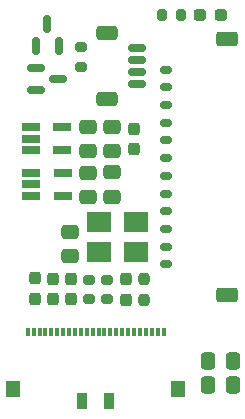
<source format=gbr>
%TF.GenerationSoftware,KiCad,Pcbnew,8.0.2-1*%
%TF.CreationDate,2024-09-19T23:42:55+01:00*%
%TF.ProjectId,camera_v2a,63616d65-7261-45f7-9632-612e6b696361,rev?*%
%TF.SameCoordinates,Original*%
%TF.FileFunction,Paste,Top*%
%TF.FilePolarity,Positive*%
%FSLAX46Y46*%
G04 Gerber Fmt 4.6, Leading zero omitted, Abs format (unit mm)*
G04 Created by KiCad (PCBNEW 8.0.2-1) date 2024-09-19 23:42:55*
%MOMM*%
%LPD*%
G01*
G04 APERTURE LIST*
G04 Aperture macros list*
%AMRoundRect*
0 Rectangle with rounded corners*
0 $1 Rounding radius*
0 $2 $3 $4 $5 $6 $7 $8 $9 X,Y pos of 4 corners*
0 Add a 4 corners polygon primitive as box body*
4,1,4,$2,$3,$4,$5,$6,$7,$8,$9,$2,$3,0*
0 Add four circle primitives for the rounded corners*
1,1,$1+$1,$2,$3*
1,1,$1+$1,$4,$5*
1,1,$1+$1,$6,$7*
1,1,$1+$1,$8,$9*
0 Add four rect primitives between the rounded corners*
20,1,$1+$1,$2,$3,$4,$5,0*
20,1,$1+$1,$4,$5,$6,$7,0*
20,1,$1+$1,$6,$7,$8,$9,0*
20,1,$1+$1,$8,$9,$2,$3,0*%
G04 Aperture macros list end*
%ADD10RoundRect,0.250000X-0.475000X0.337500X-0.475000X-0.337500X0.475000X-0.337500X0.475000X0.337500X0*%
%ADD11R,2.100000X1.800000*%
%ADD12RoundRect,0.237500X-0.237500X0.300000X-0.237500X-0.300000X0.237500X-0.300000X0.237500X0.300000X0*%
%ADD13RoundRect,0.250000X0.475000X-0.337500X0.475000X0.337500X-0.475000X0.337500X-0.475000X-0.337500X0*%
%ADD14RoundRect,0.237500X0.237500X-0.300000X0.237500X0.300000X-0.237500X0.300000X-0.237500X-0.300000X0*%
%ADD15RoundRect,0.250000X-0.337500X-0.475000X0.337500X-0.475000X0.337500X0.475000X-0.337500X0.475000X0*%
%ADD16RoundRect,0.150000X0.350000X-0.150000X0.350000X0.150000X-0.350000X0.150000X-0.350000X-0.150000X0*%
%ADD17RoundRect,0.250000X0.650000X-0.375000X0.650000X0.375000X-0.650000X0.375000X-0.650000X-0.375000X0*%
%ADD18RoundRect,0.200000X0.275000X-0.200000X0.275000X0.200000X-0.275000X0.200000X-0.275000X-0.200000X0*%
%ADD19R,1.560000X0.650000*%
%ADD20RoundRect,0.237500X-0.237500X0.250000X-0.237500X-0.250000X0.237500X-0.250000X0.237500X0.250000X0*%
%ADD21RoundRect,0.200000X-0.275000X0.200000X-0.275000X-0.200000X0.275000X-0.200000X0.275000X0.200000X0*%
%ADD22RoundRect,0.237500X0.287500X0.237500X-0.287500X0.237500X-0.287500X-0.237500X0.287500X-0.237500X0*%
%ADD23R,0.300000X0.800000*%
%ADD24R,1.220000X1.400000*%
%ADD25R,0.850000X1.400000*%
%ADD26RoundRect,0.150000X0.150000X-0.587500X0.150000X0.587500X-0.150000X0.587500X-0.150000X-0.587500X0*%
%ADD27RoundRect,0.150000X-0.587500X-0.150000X0.587500X-0.150000X0.587500X0.150000X-0.587500X0.150000X0*%
%ADD28RoundRect,0.150000X0.625000X-0.150000X0.625000X0.150000X-0.625000X0.150000X-0.625000X-0.150000X0*%
%ADD29RoundRect,0.250000X0.650000X-0.350000X0.650000X0.350000X-0.650000X0.350000X-0.650000X-0.350000X0*%
%ADD30RoundRect,0.200000X-0.200000X-0.275000X0.200000X-0.275000X0.200000X0.275000X-0.200000X0.275000X0*%
G04 APERTURE END LIST*
D10*
%TO.C,C2*%
X154950000Y-118522500D03*
X154950000Y-120597500D03*
%TD*%
D11*
%TO.C,OSC1*%
X158960000Y-126600000D03*
X155860000Y-126600000D03*
X155860000Y-129100000D03*
X158960000Y-129100000D03*
%TD*%
D12*
%TO.C,C1*%
X158790000Y-118660000D03*
X158790000Y-120385000D03*
%TD*%
D13*
%TO.C,C6*%
X153400000Y-129487500D03*
X153400000Y-127412500D03*
%TD*%
D14*
%TO.C,C12*%
X150410000Y-133070000D03*
X150410000Y-131345000D03*
%TD*%
D15*
%TO.C,C4*%
X165095000Y-140390000D03*
X167170000Y-140390000D03*
%TD*%
D16*
%TO.C,J7*%
X161510000Y-130165000D03*
X161510000Y-128665000D03*
X161510000Y-127165000D03*
X161510000Y-125665000D03*
X161510000Y-124165000D03*
X161510000Y-122665000D03*
X161510000Y-121165000D03*
X161510000Y-119665000D03*
X161510000Y-118165000D03*
X161510000Y-116665000D03*
X161510000Y-115165000D03*
X161510000Y-113665000D03*
D17*
X166700000Y-132770000D03*
X166700000Y-111060000D03*
%TD*%
D18*
%TO.C,R7*%
X155000000Y-133100000D03*
X155000000Y-131450000D03*
%TD*%
D19*
%TO.C,U3*%
X150100000Y-122427500D03*
X150100000Y-123377500D03*
X150100000Y-124327500D03*
X152800000Y-124327500D03*
X152800000Y-122427500D03*
%TD*%
D14*
%TO.C,C9*%
X151950000Y-133125000D03*
X151950000Y-131400000D03*
%TD*%
D19*
%TO.C,U2*%
X150070000Y-118562500D03*
X150070000Y-119512500D03*
X150070000Y-120462500D03*
X152770000Y-120462500D03*
X152770000Y-118562500D03*
%TD*%
D20*
%TO.C,FB1*%
X159650000Y-131355000D03*
X159650000Y-133180000D03*
%TD*%
D14*
%TO.C,C11*%
X158110000Y-133130000D03*
X158110000Y-131405000D03*
%TD*%
D10*
%TO.C,C3*%
X157000000Y-118515000D03*
X157000000Y-120590000D03*
%TD*%
%TO.C,C7*%
X157000000Y-122370000D03*
X157000000Y-124445000D03*
%TD*%
D21*
%TO.C,R1*%
X154300000Y-111755000D03*
X154300000Y-113405000D03*
%TD*%
D14*
%TO.C,C10*%
X153475000Y-133125000D03*
X153475000Y-131400000D03*
%TD*%
D22*
%TO.C,D1*%
X166150000Y-109060000D03*
X164400000Y-109060000D03*
%TD*%
D23*
%TO.C,X1*%
X149825000Y-135840000D03*
X150325000Y-135840000D03*
X150825000Y-135840000D03*
X151325000Y-135840000D03*
X151825000Y-135840000D03*
X152325000Y-135840000D03*
X152825000Y-135840000D03*
X153325000Y-135840000D03*
X153825000Y-135840000D03*
X154325000Y-135840000D03*
X154825000Y-135840000D03*
X155325000Y-135840000D03*
X155825000Y-135840000D03*
X156325000Y-135840000D03*
X156825000Y-135840000D03*
X157325000Y-135840000D03*
X157825000Y-135840000D03*
X158325000Y-135840000D03*
X158825000Y-135840000D03*
X159325000Y-135840000D03*
X159825000Y-135840000D03*
X160325000Y-135840000D03*
X160825000Y-135840000D03*
X161325000Y-135840000D03*
D24*
X148585000Y-140690000D03*
D25*
X154400000Y-141700000D03*
X156750000Y-141700000D03*
D24*
X162565000Y-140690000D03*
%TD*%
D10*
%TO.C,C8*%
X154950000Y-122380000D03*
X154950000Y-124455000D03*
%TD*%
D26*
%TO.C,Q1*%
X150550000Y-111637500D03*
X152450000Y-111637500D03*
X151500000Y-109762499D03*
%TD*%
D27*
%TO.C,Q2*%
X150530000Y-113500000D03*
X150530000Y-115400000D03*
X152405000Y-114450000D03*
%TD*%
D28*
%TO.C,J8*%
X159050000Y-114857500D03*
X159050000Y-113857500D03*
X159050000Y-112857500D03*
X159050000Y-111857500D03*
D29*
X156525000Y-116157500D03*
X156525000Y-110557500D03*
%TD*%
D30*
%TO.C,R5*%
X161170000Y-109050000D03*
X162820000Y-109050000D03*
%TD*%
D21*
%TO.C,R6*%
X156550000Y-131475000D03*
X156550000Y-133125000D03*
%TD*%
D15*
%TO.C,C5*%
X165095000Y-138340000D03*
X167170000Y-138340000D03*
%TD*%
M02*

</source>
